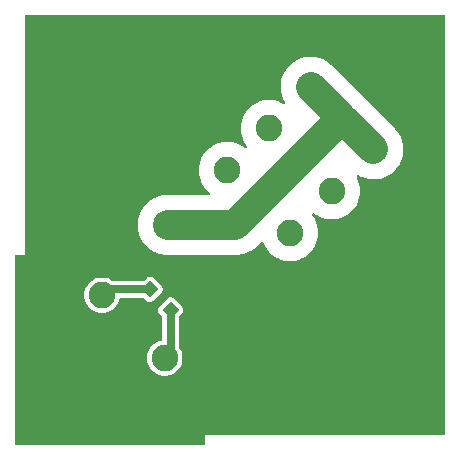
<source format=gbr>
%TF.GenerationSoftware,KiCad,Pcbnew,(6.0.7)*%
%TF.CreationDate,2022-09-13T12:21:28-04:00*%
%TF.ProjectId,switch-board,73776974-6368-42d6-926f-6172642e6b69,A*%
%TF.SameCoordinates,Original*%
%TF.FileFunction,Copper,L2,Bot*%
%TF.FilePolarity,Positive*%
%FSLAX46Y46*%
G04 Gerber Fmt 4.6, Leading zero omitted, Abs format (unit mm)*
G04 Created by KiCad (PCBNEW (6.0.7)) date 2022-09-13 12:21:28*
%MOMM*%
%LPD*%
G01*
G04 APERTURE LIST*
G04 Aperture macros list*
%AMRotRect*
0 Rectangle, with rotation*
0 The origin of the aperture is its center*
0 $1 length*
0 $2 width*
0 $3 Rotation angle, in degrees counterclockwise*
0 Add horizontal line*
21,1,$1,$2,0,0,$3*%
G04 Aperture macros list end*
%TA.AperFunction,ComponentPad*%
%ADD10C,8.600000*%
%TD*%
%TA.AperFunction,ComponentPad*%
%ADD11C,2.250000*%
%TD*%
%TA.AperFunction,SMDPad,CuDef*%
%ADD12RotRect,1.000000X1.000000X315.000000*%
%TD*%
%TA.AperFunction,ViaPad*%
%ADD13C,1.016000*%
%TD*%
%TA.AperFunction,ViaPad*%
%ADD14C,2.540000*%
%TD*%
%TA.AperFunction,Conductor*%
%ADD15C,2.540000*%
%TD*%
%TA.AperFunction,Conductor*%
%ADD16C,0.635000*%
%TD*%
G04 APERTURE END LIST*
D10*
%TO.P,H1,1,1*%
%TO.N,GND*%
X119380000Y-74930000D03*
%TD*%
D11*
%TO.P,K1,1*%
%TO.N,Net-(D2-Pad2)*%
X101974948Y-74778353D03*
%TO.P,K1,2*%
%TO.N,Net-(C3-Pad2)*%
X112581549Y-64171751D03*
X107278249Y-58868451D03*
%TO.P,K1,3*%
%TO.N,Net-(C4-Pad2)*%
X116117083Y-60636218D03*
X110813782Y-55332917D03*
%TO.P,K1,4*%
%TO.N,Net-(J6-Pad1)*%
X114349316Y-51797383D03*
X119652617Y-57100684D03*
%TO.P,K1,5*%
%TO.N,Net-(C1-Pad2)*%
X96671647Y-69475052D03*
%TD*%
D10*
%TO.P,H2,1,1*%
%TO.N,GND*%
X96520000Y-52070000D03*
%TD*%
D12*
%TO.P,D2,1,K*%
%TO.N,Net-(C1-Pad2)*%
X100716117Y-68966117D03*
%TO.P,D2,2,A*%
%TO.N,Net-(D2-Pad2)*%
X102483883Y-70733883D03*
%TD*%
D13*
%TO.N,GND*%
X90170000Y-81280000D03*
X121920000Y-69850000D03*
X114300000Y-77470000D03*
X123825000Y-57150000D03*
X93980000Y-57150000D03*
X101600000Y-49530000D03*
X114300000Y-47625000D03*
X101600000Y-47625000D03*
X92075000Y-57150000D03*
X114300000Y-79375000D03*
X123825000Y-69850000D03*
X114935000Y-71120000D03*
D14*
%TO.N,Net-(J6-Pad1)*%
X102235000Y-63500000D03*
D13*
%TO.N,GND*%
X90805000Y-52070000D03*
X100330000Y-46355000D03*
X90805000Y-48260000D03*
X90805000Y-53975000D03*
X125095000Y-50165000D03*
X115570000Y-46355000D03*
X100965000Y-78740000D03*
X102235000Y-55880000D03*
X125095000Y-71120000D03*
X97790000Y-73025000D03*
X102235000Y-67310000D03*
X106045000Y-55880000D03*
X117475000Y-80645000D03*
X92710000Y-46355000D03*
X104140000Y-59690000D03*
X123190000Y-80645000D03*
X121285000Y-80645000D03*
X123190000Y-46355000D03*
X99695000Y-73025000D03*
X100330000Y-59690000D03*
X96520000Y-46355000D03*
X125095000Y-46355000D03*
X100965000Y-80645000D03*
X125095000Y-55880000D03*
X90805000Y-55880000D03*
X102235000Y-59690000D03*
X104140000Y-55880000D03*
X107950000Y-67310000D03*
X104140000Y-73025000D03*
X125095000Y-80645000D03*
X98425000Y-46355000D03*
X90805000Y-46355000D03*
X90805000Y-50165000D03*
X100330000Y-57785000D03*
X94615000Y-46355000D03*
X119380000Y-46355000D03*
X119380000Y-80645000D03*
X115570000Y-80645000D03*
X104140000Y-57785000D03*
X125095000Y-53975000D03*
X125095000Y-76835000D03*
X106045000Y-67310000D03*
X125095000Y-73025000D03*
X116205000Y-67310000D03*
X99695000Y-71120000D03*
X116205000Y-69215000D03*
X125095000Y-52070000D03*
X106045000Y-69215000D03*
X104140000Y-67310000D03*
X99060000Y-67310000D03*
X117475000Y-46355000D03*
X104140000Y-69215000D03*
X99695000Y-74930000D03*
X116205000Y-65405000D03*
X125095000Y-48260000D03*
X125095000Y-74930000D03*
X121285000Y-46355000D03*
X125095000Y-78740000D03*
X102235000Y-57785000D03*
X104140000Y-71120000D03*
%TD*%
D15*
%TO.N,Net-(J6-Pad1)*%
X116840000Y-54288067D02*
X116840000Y-54610000D01*
X114349316Y-51797383D02*
X116840000Y-54288067D01*
X117161933Y-54610000D02*
X119652617Y-57100684D01*
X116840000Y-54610000D02*
X117161933Y-54610000D01*
X107950000Y-63500000D02*
X116840000Y-54610000D01*
X102235000Y-63500000D02*
X107950000Y-63500000D01*
D16*
%TO.N,Net-(C1-Pad2)*%
X100716117Y-68966117D02*
X97180582Y-68966117D01*
X97180582Y-68966117D02*
X96671647Y-69475052D01*
%TO.N,Net-(D2-Pad2)*%
X102483883Y-74269418D02*
X101974948Y-74778353D01*
X102483883Y-70733883D02*
X102483883Y-74269418D01*
%TD*%
%TA.AperFunction,Conductor*%
%TO.N,GND*%
G36*
X125671621Y-45740502D02*
G01*
X125718114Y-45794158D01*
X125729500Y-45846500D01*
X125729500Y-81153500D01*
X125709498Y-81221621D01*
X125655842Y-81268114D01*
X125603500Y-81279500D01*
X105410000Y-81279500D01*
X105410000Y-71755000D01*
X109855000Y-67310000D01*
X109855000Y-66040000D01*
X108075088Y-66040000D01*
X108100341Y-66037613D01*
X108147367Y-66033168D01*
X108151312Y-66032858D01*
X108194180Y-66030161D01*
X108269039Y-66025451D01*
X108302527Y-66019063D01*
X108314278Y-66017390D01*
X108348207Y-66014183D01*
X108463327Y-65988451D01*
X108467185Y-65987653D01*
X108508356Y-65979799D01*
X108579148Y-65966295D01*
X108579154Y-65966293D01*
X108583046Y-65965551D01*
X108586815Y-65964326D01*
X108586820Y-65964325D01*
X108603724Y-65958832D01*
X108615468Y-65955016D01*
X108626922Y-65951883D01*
X108656312Y-65945315D01*
X108656326Y-65945311D01*
X108660178Y-65944450D01*
X108771214Y-65904474D01*
X108774876Y-65903221D01*
X108887070Y-65866767D01*
X108890644Y-65865085D01*
X108890652Y-65865082D01*
X108917915Y-65852252D01*
X108928885Y-65847709D01*
X108957215Y-65837510D01*
X108957216Y-65837509D01*
X108960948Y-65836166D01*
X109066084Y-65782597D01*
X109069585Y-65780882D01*
X109176315Y-65730659D01*
X109205101Y-65712391D01*
X109215400Y-65706517D01*
X109242252Y-65692835D01*
X109245777Y-65691039D01*
X109253361Y-65685885D01*
X109343355Y-65624726D01*
X109346662Y-65622553D01*
X109446221Y-65559371D01*
X109472487Y-65537642D01*
X109481964Y-65530526D01*
X109510169Y-65511358D01*
X109598656Y-65433345D01*
X109601653Y-65430785D01*
X109689479Y-65358130D01*
X109692530Y-65355606D01*
X109773282Y-65269614D01*
X109776036Y-65266773D01*
X110115603Y-64927206D01*
X110177915Y-64893180D01*
X110248730Y-64898245D01*
X110305566Y-64940792D01*
X110324531Y-64977364D01*
X110349866Y-65055337D01*
X110351553Y-65058923D01*
X110351555Y-65058927D01*
X110476518Y-65324488D01*
X110476522Y-65324495D01*
X110478206Y-65328074D01*
X110639717Y-65582574D01*
X110831852Y-65814826D01*
X110834739Y-65817537D01*
X111016292Y-65988026D01*
X111051581Y-66021165D01*
X111054783Y-66023492D01*
X111054785Y-66023493D01*
X111292229Y-66196006D01*
X111292234Y-66196009D01*
X111295438Y-66198337D01*
X111559578Y-66343549D01*
X111839835Y-66454511D01*
X112131790Y-66529472D01*
X112430837Y-66567251D01*
X112732261Y-66567251D01*
X113031308Y-66529472D01*
X113323263Y-66454511D01*
X113603520Y-66343549D01*
X113867660Y-66198337D01*
X113870864Y-66196009D01*
X113870869Y-66196006D01*
X114108313Y-66023493D01*
X114108315Y-66023492D01*
X114111517Y-66021165D01*
X114146807Y-65988026D01*
X114328359Y-65817537D01*
X114331246Y-65814826D01*
X114523381Y-65582574D01*
X114684892Y-65328074D01*
X114686576Y-65324495D01*
X114686580Y-65324488D01*
X114811543Y-65058927D01*
X114811545Y-65058923D01*
X114813232Y-65055337D01*
X114906377Y-64768665D01*
X114962858Y-64472580D01*
X114981785Y-64171751D01*
X114962858Y-63870922D01*
X114906377Y-63574837D01*
X114813232Y-63288165D01*
X114798496Y-63256849D01*
X114686580Y-63019014D01*
X114686576Y-63019007D01*
X114684892Y-63015428D01*
X114523381Y-62760928D01*
X114492265Y-62723315D01*
X114464255Y-62658077D01*
X114475962Y-62588053D01*
X114523669Y-62535473D01*
X114592229Y-62517033D01*
X114663411Y-62541064D01*
X114830972Y-62662804D01*
X114834441Y-62664711D01*
X114834444Y-62664713D01*
X115070781Y-62794640D01*
X115095112Y-62808016D01*
X115375369Y-62918978D01*
X115667324Y-62993939D01*
X115966371Y-63031718D01*
X116267795Y-63031718D01*
X116566842Y-62993939D01*
X116858797Y-62918978D01*
X117139054Y-62808016D01*
X117163385Y-62794640D01*
X117399722Y-62664713D01*
X117399725Y-62664711D01*
X117403194Y-62662804D01*
X117406398Y-62660476D01*
X117406403Y-62660473D01*
X117643847Y-62487960D01*
X117643849Y-62487959D01*
X117647051Y-62485632D01*
X117866780Y-62279293D01*
X118058915Y-62047041D01*
X118220426Y-61792541D01*
X118222110Y-61788962D01*
X118222114Y-61788955D01*
X118347077Y-61523394D01*
X118347079Y-61523390D01*
X118348766Y-61519804D01*
X118441911Y-61233132D01*
X118498392Y-60937047D01*
X118517319Y-60636218D01*
X118498392Y-60335389D01*
X118441911Y-60039304D01*
X118348766Y-59752632D01*
X118298037Y-59644826D01*
X118269319Y-59583798D01*
X118220426Y-59479895D01*
X118220380Y-59479822D01*
X118205271Y-59411337D01*
X118229887Y-59344745D01*
X118286598Y-59302032D01*
X118357399Y-59296760D01*
X118388178Y-59307691D01*
X118638144Y-59435054D01*
X118638151Y-59435057D01*
X118641668Y-59436849D01*
X118645386Y-59438188D01*
X118645387Y-59438188D01*
X118800815Y-59494146D01*
X118942438Y-59545134D01*
X119254410Y-59614867D01*
X119572660Y-59644950D01*
X119576612Y-59644826D01*
X119576618Y-59644826D01*
X119746292Y-59639493D01*
X119892172Y-59634909D01*
X119896079Y-59634290D01*
X119896081Y-59634290D01*
X120204000Y-59585521D01*
X120204005Y-59585520D01*
X120207906Y-59584902D01*
X120216884Y-59582294D01*
X120511080Y-59496823D01*
X120511086Y-59496821D01*
X120514882Y-59495718D01*
X120518508Y-59494149D01*
X120518516Y-59494146D01*
X120804625Y-59370334D01*
X120808260Y-59368761D01*
X120811662Y-59366749D01*
X120811668Y-59366746D01*
X120940060Y-59290815D01*
X121083414Y-59206036D01*
X121130800Y-59169280D01*
X121332859Y-59012546D01*
X121336001Y-59010109D01*
X121562042Y-58784068D01*
X121757969Y-58531481D01*
X121883724Y-58318840D01*
X121918679Y-58259735D01*
X121918682Y-58259729D01*
X121920694Y-58256327D01*
X121925843Y-58244429D01*
X122046079Y-57966583D01*
X122046082Y-57966575D01*
X122047651Y-57962949D01*
X122136835Y-57655973D01*
X122137735Y-57650295D01*
X122186223Y-57344148D01*
X122186223Y-57344146D01*
X122186842Y-57340239D01*
X122196883Y-57020727D01*
X122166800Y-56702477D01*
X122097067Y-56390505D01*
X121988782Y-56089735D01*
X121843656Y-55804907D01*
X121663975Y-55540515D01*
X121505476Y-55360734D01*
X118987969Y-52843227D01*
X118985214Y-52840385D01*
X118907174Y-52757281D01*
X118904463Y-52754394D01*
X118813601Y-52679227D01*
X118810586Y-52676651D01*
X118796738Y-52664441D01*
X118785559Y-52653262D01*
X118773349Y-52639414D01*
X118770773Y-52636399D01*
X118698130Y-52548588D01*
X118695606Y-52545537D01*
X118609614Y-52464785D01*
X118606773Y-52462031D01*
X116089266Y-49944524D01*
X115909485Y-49786025D01*
X115774759Y-49694465D01*
X115648366Y-49608568D01*
X115648362Y-49608566D01*
X115645093Y-49606344D01*
X115360264Y-49461217D01*
X115356540Y-49459876D01*
X115356537Y-49459875D01*
X115063216Y-49354273D01*
X115059494Y-49352933D01*
X114747523Y-49283200D01*
X114429273Y-49253117D01*
X114425321Y-49253241D01*
X114425315Y-49253241D01*
X114255641Y-49258574D01*
X114109761Y-49263158D01*
X114105854Y-49263777D01*
X114105852Y-49263777D01*
X113797933Y-49312546D01*
X113797928Y-49312547D01*
X113794027Y-49313165D01*
X113790227Y-49314269D01*
X113490853Y-49401244D01*
X113490847Y-49401246D01*
X113487051Y-49402349D01*
X113483425Y-49403918D01*
X113483417Y-49403921D01*
X113197312Y-49527730D01*
X113197309Y-49527732D01*
X113193673Y-49529305D01*
X112918519Y-49692031D01*
X112665932Y-49887958D01*
X112439891Y-50113999D01*
X112243964Y-50366586D01*
X112081238Y-50641740D01*
X112079665Y-50645376D01*
X112079663Y-50645379D01*
X111955854Y-50931484D01*
X111955851Y-50931492D01*
X111954282Y-50935118D01*
X111865098Y-51242094D01*
X111815091Y-51557828D01*
X111805050Y-51877340D01*
X111835133Y-52195590D01*
X111904866Y-52507561D01*
X112013150Y-52808331D01*
X112078922Y-52937417D01*
X112145933Y-53068934D01*
X112159037Y-53138711D01*
X112132337Y-53204496D01*
X112074309Y-53245402D01*
X112003378Y-53248442D01*
X111972965Y-53236552D01*
X111839215Y-53163022D01*
X111839212Y-53163021D01*
X111835753Y-53161119D01*
X111555496Y-53050157D01*
X111263541Y-52975196D01*
X110964494Y-52937417D01*
X110663070Y-52937417D01*
X110364023Y-52975196D01*
X110072068Y-53050157D01*
X109791811Y-53161119D01*
X109788352Y-53163021D01*
X109788349Y-53163022D01*
X109632971Y-53248442D01*
X109527671Y-53306331D01*
X109524467Y-53308659D01*
X109524462Y-53308662D01*
X109457171Y-53357552D01*
X109283814Y-53483503D01*
X109064085Y-53689842D01*
X108871950Y-53922094D01*
X108710439Y-54176594D01*
X108708755Y-54180173D01*
X108708751Y-54180180D01*
X108583788Y-54445741D01*
X108582099Y-54449331D01*
X108488954Y-54736003D01*
X108432473Y-55032088D01*
X108413546Y-55332917D01*
X108432473Y-55633746D01*
X108488954Y-55929831D01*
X108582099Y-56216503D01*
X108583786Y-56220089D01*
X108583788Y-56220093D01*
X108708751Y-56485654D01*
X108708755Y-56485661D01*
X108710439Y-56489240D01*
X108871950Y-56743740D01*
X108874470Y-56746786D01*
X108874472Y-56746789D01*
X108903067Y-56781354D01*
X108931077Y-56846591D01*
X108919370Y-56916616D01*
X108871663Y-56969196D01*
X108803103Y-56987636D01*
X108731921Y-56963605D01*
X108667246Y-56916616D01*
X108564360Y-56841865D01*
X108391418Y-56746789D01*
X108303682Y-56698556D01*
X108303679Y-56698555D01*
X108300220Y-56696653D01*
X108019963Y-56585691D01*
X107728008Y-56510730D01*
X107428961Y-56472951D01*
X107127537Y-56472951D01*
X106828490Y-56510730D01*
X106536535Y-56585691D01*
X106256278Y-56696653D01*
X106252819Y-56698555D01*
X106252816Y-56698556D01*
X106165081Y-56746789D01*
X105992138Y-56841865D01*
X105988934Y-56844193D01*
X105988929Y-56844196D01*
X105791501Y-56987636D01*
X105748281Y-57019037D01*
X105528552Y-57225376D01*
X105336417Y-57457628D01*
X105334295Y-57460972D01*
X105214147Y-57650295D01*
X105174906Y-57712128D01*
X105173222Y-57715707D01*
X105173218Y-57715714D01*
X105058668Y-57959147D01*
X105046566Y-57984865D01*
X104953421Y-58271537D01*
X104896940Y-58567622D01*
X104878013Y-58868451D01*
X104896940Y-59169280D01*
X104953421Y-59465365D01*
X105046566Y-59752037D01*
X105048253Y-59755623D01*
X105048255Y-59755627D01*
X105173218Y-60021188D01*
X105173222Y-60021195D01*
X105174906Y-60024774D01*
X105336417Y-60279274D01*
X105528552Y-60511526D01*
X105531439Y-60514237D01*
X105665551Y-60640176D01*
X105748281Y-60717865D01*
X105751483Y-60720192D01*
X105751485Y-60720193D01*
X105767136Y-60731564D01*
X105810490Y-60787786D01*
X105816565Y-60858523D01*
X105783433Y-60921314D01*
X105721613Y-60956226D01*
X105693075Y-60959500D01*
X102075165Y-60959500D01*
X101999716Y-60969031D01*
X101991861Y-60969774D01*
X101915961Y-60974549D01*
X101841257Y-60988799D01*
X101833456Y-60990035D01*
X101758017Y-60999565D01*
X101731244Y-61006439D01*
X101684364Y-61018475D01*
X101676641Y-61020201D01*
X101641246Y-61026953D01*
X101601954Y-61034449D01*
X101598181Y-61035675D01*
X101598177Y-61035676D01*
X101529640Y-61057945D01*
X101522039Y-61060153D01*
X101452241Y-61078074D01*
X101452223Y-61078080D01*
X101448390Y-61079064D01*
X101383501Y-61104755D01*
X101377697Y-61107053D01*
X101370250Y-61109734D01*
X101297930Y-61133233D01*
X101229130Y-61165608D01*
X101221875Y-61168747D01*
X101154843Y-61195287D01*
X101154838Y-61195289D01*
X101151169Y-61196742D01*
X101147714Y-61198642D01*
X101147700Y-61198648D01*
X101084530Y-61233376D01*
X101077484Y-61236966D01*
X101008685Y-61269341D01*
X100944473Y-61310091D01*
X100937669Y-61314115D01*
X100874520Y-61348831D01*
X100874515Y-61348834D01*
X100871041Y-61350744D01*
X100820927Y-61387154D01*
X100809525Y-61395438D01*
X100802978Y-61399887D01*
X100738779Y-61440629D01*
X100680190Y-61489098D01*
X100673936Y-61493949D01*
X100633409Y-61523394D01*
X100612423Y-61538641D01*
X100609537Y-61541351D01*
X100609536Y-61541352D01*
X100556995Y-61590692D01*
X100551059Y-61595925D01*
X100492470Y-61644394D01*
X100440405Y-61699838D01*
X100434838Y-61705405D01*
X100379394Y-61757470D01*
X100376870Y-61760521D01*
X100330928Y-61816056D01*
X100325694Y-61821993D01*
X100273641Y-61877423D01*
X100271314Y-61880626D01*
X100271313Y-61880627D01*
X100228949Y-61938936D01*
X100224101Y-61945187D01*
X100175629Y-62003779D01*
X100173507Y-62007123D01*
X100134887Y-62067978D01*
X100130438Y-62074525D01*
X100085744Y-62136041D01*
X100083834Y-62139515D01*
X100083831Y-62139520D01*
X100049115Y-62202669D01*
X100045091Y-62209473D01*
X100004341Y-62273685D01*
X99981447Y-62322337D01*
X99971969Y-62342479D01*
X99968376Y-62349530D01*
X99933648Y-62412700D01*
X99933642Y-62412714D01*
X99931742Y-62416169D01*
X99930289Y-62419838D01*
X99930287Y-62419843D01*
X99903747Y-62486875D01*
X99900608Y-62494130D01*
X99868233Y-62562930D01*
X99867012Y-62566688D01*
X99844734Y-62635251D01*
X99842053Y-62642697D01*
X99814064Y-62713390D01*
X99813080Y-62717223D01*
X99813074Y-62717241D01*
X99795153Y-62787039D01*
X99792945Y-62794640D01*
X99770676Y-62863177D01*
X99769449Y-62866954D01*
X99768706Y-62870851D01*
X99755201Y-62941641D01*
X99753475Y-62949364D01*
X99742284Y-62992954D01*
X99734565Y-63023017D01*
X99734068Y-63026953D01*
X99725036Y-63098448D01*
X99723799Y-63106257D01*
X99709549Y-63180961D01*
X99709300Y-63184923D01*
X99704775Y-63256849D01*
X99704031Y-63264716D01*
X99694500Y-63340165D01*
X99694500Y-63416207D01*
X99694251Y-63424119D01*
X99689477Y-63500000D01*
X99689726Y-63503958D01*
X99694251Y-63575881D01*
X99694500Y-63583793D01*
X99694500Y-63659835D01*
X99704030Y-63735269D01*
X99704774Y-63743139D01*
X99709549Y-63819039D01*
X99719446Y-63870922D01*
X99723798Y-63893734D01*
X99725035Y-63901544D01*
X99734565Y-63976983D01*
X99735551Y-63980822D01*
X99753475Y-64050636D01*
X99755201Y-64058359D01*
X99769449Y-64133046D01*
X99770675Y-64136819D01*
X99770676Y-64136823D01*
X99792945Y-64205360D01*
X99795153Y-64212961D01*
X99813074Y-64282759D01*
X99813080Y-64282777D01*
X99814064Y-64286610D01*
X99815524Y-64290297D01*
X99842053Y-64357303D01*
X99844734Y-64364749D01*
X99868233Y-64437070D01*
X99883078Y-64468617D01*
X99900604Y-64505862D01*
X99903747Y-64513125D01*
X99931742Y-64583831D01*
X99933642Y-64587286D01*
X99933648Y-64587300D01*
X99968376Y-64650470D01*
X99971966Y-64657516D01*
X100004341Y-64726315D01*
X100031218Y-64768665D01*
X100045085Y-64790516D01*
X100049115Y-64797331D01*
X100085744Y-64863959D01*
X100088075Y-64867167D01*
X100130438Y-64925475D01*
X100134887Y-64932022D01*
X100175629Y-64996221D01*
X100221413Y-65051564D01*
X100224098Y-65054810D01*
X100228947Y-65061061D01*
X100273641Y-65122577D01*
X100276351Y-65125463D01*
X100276352Y-65125464D01*
X100325692Y-65178005D01*
X100330925Y-65183941D01*
X100379394Y-65242530D01*
X100434838Y-65294595D01*
X100440405Y-65300162D01*
X100492470Y-65355606D01*
X100495521Y-65358130D01*
X100551056Y-65404072D01*
X100556993Y-65409306D01*
X100612423Y-65461359D01*
X100615626Y-65463686D01*
X100615627Y-65463687D01*
X100673936Y-65506051D01*
X100680187Y-65510899D01*
X100738779Y-65559371D01*
X100742123Y-65561493D01*
X100802978Y-65600113D01*
X100809525Y-65604562D01*
X100871041Y-65649256D01*
X100874515Y-65651166D01*
X100874520Y-65651169D01*
X100937669Y-65685885D01*
X100944473Y-65689909D01*
X101008685Y-65730659D01*
X101077479Y-65763031D01*
X101084530Y-65766624D01*
X101147700Y-65801352D01*
X101147714Y-65801358D01*
X101151169Y-65803258D01*
X101154838Y-65804711D01*
X101154843Y-65804713D01*
X101221875Y-65831253D01*
X101229130Y-65834392D01*
X101297930Y-65866767D01*
X101301689Y-65867988D01*
X101301688Y-65867988D01*
X101370251Y-65890266D01*
X101377698Y-65892947D01*
X101448390Y-65920936D01*
X101452223Y-65921920D01*
X101452241Y-65921926D01*
X101522039Y-65939847D01*
X101529640Y-65942055D01*
X101598177Y-65964324D01*
X101598181Y-65964325D01*
X101601954Y-65965551D01*
X101641246Y-65973046D01*
X101676641Y-65979799D01*
X101684364Y-65981525D01*
X101731244Y-65993561D01*
X101758017Y-66000435D01*
X101833456Y-66009965D01*
X101841257Y-66011201D01*
X101915961Y-66025451D01*
X101991861Y-66030226D01*
X101999716Y-66030969D01*
X102071207Y-66040000D01*
X90170500Y-66040000D01*
X90170500Y-45846500D01*
X90190502Y-45778379D01*
X90244158Y-45731886D01*
X90296500Y-45720500D01*
X125603500Y-45720500D01*
X125671621Y-45740502D01*
G37*
%TD.AperFunction*%
%TD*%
%TA.AperFunction,Conductor*%
%TO.N,GND*%
G36*
X109855000Y-67310000D02*
G01*
X105410000Y-71755000D01*
X105410000Y-82168500D01*
X89407500Y-82168500D01*
X89339379Y-82148498D01*
X89292886Y-82094842D01*
X89281500Y-82042500D01*
X89281500Y-74778353D01*
X100463790Y-74778353D01*
X100482395Y-75014750D01*
X100537751Y-75245327D01*
X100628496Y-75464404D01*
X100752395Y-75666589D01*
X100906398Y-75846903D01*
X101086712Y-76000906D01*
X101288897Y-76124805D01*
X101293467Y-76126698D01*
X101293471Y-76126700D01*
X101503401Y-76213656D01*
X101507974Y-76215550D01*
X101586996Y-76234521D01*
X101733738Y-76269751D01*
X101733744Y-76269752D01*
X101738551Y-76270906D01*
X101974948Y-76289511D01*
X102211345Y-76270906D01*
X102216152Y-76269752D01*
X102216158Y-76269751D01*
X102362900Y-76234521D01*
X102441922Y-76215550D01*
X102446495Y-76213656D01*
X102656425Y-76126700D01*
X102656429Y-76126698D01*
X102660999Y-76124805D01*
X102863184Y-76000906D01*
X103043498Y-75846903D01*
X103197501Y-75666589D01*
X103321400Y-75464404D01*
X103412145Y-75245327D01*
X103467501Y-75014750D01*
X103486106Y-74778353D01*
X103467501Y-74541956D01*
X103412145Y-74311379D01*
X103321400Y-74092302D01*
X103201450Y-73896561D01*
X103182883Y-73830726D01*
X103182883Y-71333703D01*
X103202885Y-71265582D01*
X103219788Y-71244608D01*
X103486319Y-70978077D01*
X103493816Y-70967993D01*
X103525696Y-70925107D01*
X103525697Y-70925105D01*
X103531537Y-70917249D01*
X103572571Y-70797053D01*
X103572460Y-70670046D01*
X103531216Y-70549924D01*
X103525375Y-70542087D01*
X103525373Y-70542084D01*
X103508566Y-70519536D01*
X103486319Y-70489689D01*
X102728077Y-69731447D01*
X102724389Y-69728705D01*
X102724385Y-69728702D01*
X102675107Y-69692070D01*
X102675105Y-69692069D01*
X102667249Y-69686229D01*
X102547053Y-69645195D01*
X102536643Y-69645204D01*
X102536642Y-69645204D01*
X102484246Y-69645250D01*
X102420046Y-69645306D01*
X102299924Y-69686550D01*
X102292087Y-69692391D01*
X102292084Y-69692393D01*
X102281699Y-69700134D01*
X102239689Y-69731447D01*
X101481447Y-70489689D01*
X101478705Y-70493377D01*
X101478702Y-70493381D01*
X101442070Y-70542659D01*
X101436229Y-70550517D01*
X101395195Y-70670713D01*
X101395204Y-70681123D01*
X101395204Y-70681124D01*
X101395221Y-70700187D01*
X101395306Y-70797720D01*
X101436550Y-70917842D01*
X101442391Y-70925679D01*
X101442393Y-70925682D01*
X101459200Y-70948230D01*
X101481447Y-70978077D01*
X101747978Y-71244608D01*
X101782004Y-71306920D01*
X101784883Y-71333703D01*
X101784883Y-73175346D01*
X101764881Y-73243467D01*
X101711225Y-73289960D01*
X101688299Y-73297864D01*
X101507974Y-73341156D01*
X101503403Y-73343049D01*
X101503401Y-73343050D01*
X101293471Y-73430006D01*
X101293467Y-73430008D01*
X101288897Y-73431901D01*
X101086712Y-73555800D01*
X100906398Y-73709803D01*
X100752395Y-73890117D01*
X100628496Y-74092302D01*
X100537751Y-74311379D01*
X100482395Y-74541956D01*
X100463790Y-74778353D01*
X89281500Y-74778353D01*
X89281500Y-69475052D01*
X95160489Y-69475052D01*
X95179094Y-69711449D01*
X95180248Y-69716256D01*
X95180249Y-69716262D01*
X95215479Y-69863004D01*
X95234450Y-69942026D01*
X95236343Y-69946597D01*
X95236344Y-69946599D01*
X95281165Y-70054805D01*
X95325195Y-70161103D01*
X95449094Y-70363288D01*
X95603097Y-70543602D01*
X95783411Y-70697605D01*
X95985596Y-70821504D01*
X95990166Y-70823397D01*
X95990170Y-70823399D01*
X96195851Y-70908595D01*
X96204673Y-70912249D01*
X96258231Y-70925107D01*
X96430437Y-70966450D01*
X96430443Y-70966451D01*
X96435250Y-70967605D01*
X96671647Y-70986210D01*
X96908044Y-70967605D01*
X96912851Y-70966451D01*
X96912857Y-70966450D01*
X97085063Y-70925107D01*
X97138621Y-70912249D01*
X97147443Y-70908595D01*
X97353124Y-70823399D01*
X97353128Y-70823397D01*
X97357698Y-70821504D01*
X97559883Y-70697605D01*
X97740197Y-70543602D01*
X97894200Y-70363288D01*
X98018099Y-70161103D01*
X98062130Y-70054805D01*
X98106950Y-69946599D01*
X98106951Y-69946597D01*
X98108844Y-69942026D01*
X98152135Y-69761702D01*
X98187487Y-69700134D01*
X98250513Y-69667451D01*
X98274654Y-69665117D01*
X100116297Y-69665117D01*
X100184418Y-69685119D01*
X100205392Y-69702022D01*
X100471923Y-69968553D01*
X100475611Y-69971295D01*
X100475615Y-69971298D01*
X100524893Y-70007930D01*
X100524895Y-70007931D01*
X100532751Y-70013771D01*
X100652947Y-70054805D01*
X100663357Y-70054796D01*
X100663358Y-70054796D01*
X100715754Y-70054750D01*
X100779954Y-70054694D01*
X100900076Y-70013450D01*
X100907913Y-70007609D01*
X100907916Y-70007607D01*
X100930464Y-69990800D01*
X100960311Y-69968553D01*
X101718553Y-69210311D01*
X101763771Y-69149483D01*
X101804805Y-69029287D01*
X101804787Y-69008078D01*
X101804703Y-68912694D01*
X101804694Y-68902280D01*
X101763450Y-68782158D01*
X101757609Y-68774321D01*
X101757607Y-68774318D01*
X101740800Y-68751770D01*
X101718553Y-68721923D01*
X100960311Y-67963681D01*
X100956623Y-67960939D01*
X100956619Y-67960936D01*
X100907341Y-67924304D01*
X100907339Y-67924303D01*
X100899483Y-67918463D01*
X100779287Y-67877429D01*
X100768877Y-67877438D01*
X100768876Y-67877438D01*
X100716480Y-67877484D01*
X100652280Y-67877540D01*
X100532158Y-67918784D01*
X100524321Y-67924625D01*
X100524318Y-67924627D01*
X100501770Y-67941434D01*
X100471923Y-67963681D01*
X100205392Y-68230212D01*
X100143080Y-68264238D01*
X100116297Y-68267117D01*
X97619274Y-68267117D01*
X97553439Y-68248550D01*
X97361918Y-68131186D01*
X97357698Y-68128600D01*
X97353128Y-68126707D01*
X97353124Y-68126705D01*
X97143194Y-68039749D01*
X97143192Y-68039748D01*
X97138621Y-68037855D01*
X97059599Y-68018884D01*
X96912857Y-67983654D01*
X96912851Y-67983653D01*
X96908044Y-67982499D01*
X96671647Y-67963894D01*
X96435250Y-67982499D01*
X96430443Y-67983653D01*
X96430437Y-67983654D01*
X96283695Y-68018884D01*
X96204673Y-68037855D01*
X96200102Y-68039748D01*
X96200100Y-68039749D01*
X95990170Y-68126705D01*
X95990166Y-68126707D01*
X95985596Y-68128600D01*
X95783411Y-68252499D01*
X95603097Y-68406502D01*
X95449094Y-68586816D01*
X95325195Y-68789001D01*
X95234450Y-69008078D01*
X95233295Y-69012890D01*
X95185899Y-69210311D01*
X95179094Y-69238655D01*
X95160489Y-69475052D01*
X89281500Y-69475052D01*
X89281500Y-66040000D01*
X109855000Y-66040000D01*
X109855000Y-67310000D01*
G37*
%TD.AperFunction*%
%TD*%
M02*

</source>
